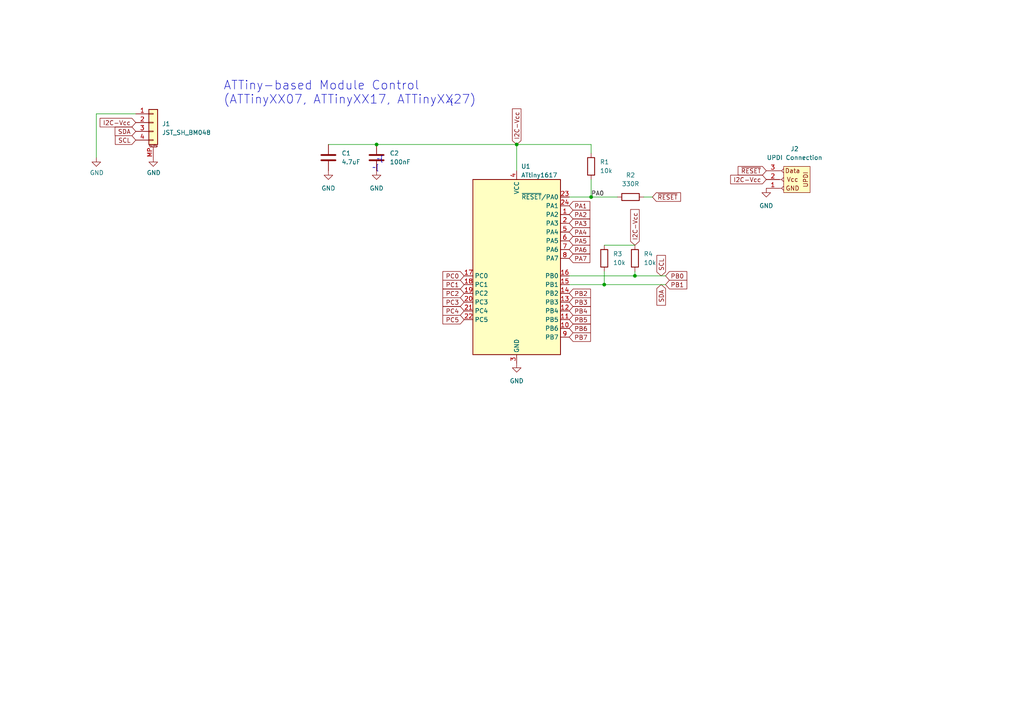
<source format=kicad_sch>
(kicad_sch (version 20211123) (generator eeschema)
  (paper "A4")
  (lib_symbols
    (symbol "Connector_QWIIC_Stackable:QWIIC_Stackable" (pin_names (offset 1.016) hide)
      (property "Reference" "J" (at 0 5.08 0))
      (property "Value" "QWIIC_Stackable" (at 1.27 -7.62 0))
      (symbol "QWIIC_Stackable_1_1"
        (rectangle (start -1.27 -4.953) (end 0 -5.207) (stroke (width 0.1524)))
        (rectangle (start -1.27 -2.413) (end 0 -2.667) (stroke (width 0.1524)))
        (rectangle (start -1.27 0.127) (end 0 -0.127) (stroke (width 0.1524)))
        (rectangle (start -1.27 2.667) (end 0 2.413) (stroke (width 0.1524)))
        (rectangle (start -1.27 3.81) (end 1.27 -6.35) (stroke (width 0.254)) (fill (type background)))
        (polyline (pts (xy -1.016 -7.112) (xy 1.016 -7.112)) (stroke (width 0.1524)))
        (text "Mounting" (at 0 -6.731 0) (effects (font (size 0.381 0.381))))
        (pin passive line (at -5.08 2.54 0) (length 3.81) (name "Pin_1") (number "1"))
        (pin passive line (at -5.08 0 0) (length 3.81) (name "Pin_2") (number "2"))
        (pin passive line (at -5.08 -2.54 0) (length 3.81) (name "Pin_3") (number "3"))
        (pin passive line (at -5.08 -5.08 0) (length 3.81) (name "Pin_4") (number "4"))
        (pin passive line (at 0 -10.16 90) (length 3.048) (name "MountPin") (number "MP"))
      )
    )
    (symbol "Device:C" (pin_numbers hide) (pin_names (offset 0.254))
      (property "Reference" "C" (at 0.635 2.54 0))
      (property "Value" "C" (at 0.635 -2.54 0))
      (symbol "C_0_1"
        (polyline (pts (xy -2.032 -0.762) (xy 2.032 -0.762)) (stroke (width 0.508)))
        (polyline (pts (xy -2.032 0.762) (xy 2.032 0.762)) (stroke (width 0.508)))
      )
      (symbol "C_1_1"
        (pin passive line (at 0 3.81 270) (length 2.794) (name "~") (number "1"))
        (pin passive line (at 0 -3.81 90) (length 2.794) (name "~") (number "2"))
      )
    )
    (symbol "Device:R" (pin_numbers hide) (pin_names (offset 0))
      (property "Reference" "R" (at 2.032 0 90))
      (property "Value" "R" (at 0 0 90))
      (symbol "R_0_1"
        (rectangle (start -1.016 -2.54) (end 1.016 2.54) (stroke (width 0.254)))
      )
      (symbol "R_1_1"
        (pin passive line (at 0 3.81 270) (length 1.27) (name "~") (number "1"))
        (pin passive line (at 0 -3.81 90) (length 1.27) (name "~") (number "2"))
      )
    )
    (symbol "MCU_Microchip_ATtiny:ATtiny817-M"
      (property "Reference" "U" (at -12.7 26.67 0))
      (property "Value" "ATtiny817-M" (at 2.54 -26.67 0))
      (symbol "ATtiny817-M_0_1"
        (rectangle (start -12.7 -25.4) (end 12.7 25.4) (stroke (width 0.254)) (fill (type background)))
      )
      (symbol "ATtiny817-M_1_1"
        (pin bidirectional line (at 15.24 15.24 180) (length 2.54) (name "PA2") (number "1"))
        (pin bidirectional line (at 15.24 -17.78 180) (length 2.54) (name "PB6") (number "10"))
        (pin bidirectional line (at 15.24 -15.24 180) (length 2.54) (name "PB5") (number "11"))
        (pin bidirectional line (at 15.24 -12.7 180) (length 2.54) (name "PB4") (number "12"))
        (pin bidirectional line (at 15.24 -10.16 180) (length 2.54) (name "PB3") (number "13"))
        (pin bidirectional line (at 15.24 -7.62 180) (length 2.54) (name "PB2") (number "14"))
        (pin bidirectional line (at 15.24 -5.08 180) (length 2.54) (name "PB1") (number "15"))
        (pin bidirectional line (at 15.24 -2.54 180) (length 2.54) (name "PB0") (number "16"))
        (pin bidirectional line (at -15.24 -2.54 0) (length 2.54) (name "PC0") (number "17"))
        (pin bidirectional line (at -15.24 -5.08 0) (length 2.54) (name "PC1") (number "18"))
        (pin bidirectional line (at -15.24 -7.62 0) (length 2.54) (name "PC2") (number "19"))
        (pin bidirectional line (at 15.24 12.7 180) (length 2.54) (name "PA3") (number "2"))
        (pin bidirectional line (at -15.24 -10.16 0) (length 2.54) (name "PC3") (number "20"))
        (pin bidirectional line (at -15.24 -12.7 0) (length 2.54) (name "PC4") (number "21"))
        (pin bidirectional line (at -15.24 -15.24 0) (length 2.54) (name "PC5") (number "22"))
        (pin bidirectional line (at 15.24 20.32 180) (length 2.54) (name "~{RESET}/PA0") (number "23"))
        (pin bidirectional line (at 15.24 17.78 180) (length 2.54) (name "PA1") (number "24"))
        (pin passive line (at 0 -27.94 90) (length 2.54) hide (name "GND") (number "25"))
        (pin power_in line (at 0 -27.94 90) (length 2.54) (name "GND") (number "3"))
        (pin power_in line (at 0 27.94 270) (length 2.54) (name "VCC") (number "4"))
        (pin bidirectional line (at 15.24 10.16 180) (length 2.54) (name "PA4") (number "5"))
        (pin bidirectional line (at 15.24 7.62 180) (length 2.54) (name "PA5") (number "6"))
        (pin bidirectional line (at 15.24 5.08 180) (length 2.54) (name "PA6") (number "7"))
        (pin bidirectional line (at 15.24 2.54 180) (length 2.54) (name "PA7") (number "8"))
        (pin bidirectional line (at 15.24 -20.32 180) (length 2.54) (name "PB7") (number "9"))
      )
    )
    (symbol "power:GND" (power) (pin_names (offset 0))
      (property "Value" "GND" (at 0 -3.81 0))
      (symbol "GND_0_1"
        (polyline (pts (xy 0 0) (xy 0 -1.27) (xy 1.27 -1.27) (xy 0 -2.54) (xy -1.27 -1.27) (xy 0 -1.27)))
      )
      (symbol "GND_1_1"
        (pin power_in line (at 0 0 270) (length 0) hide (name "GND") (number "1"))
      )
    )
    (symbol "tinker:UPDI Connection" (pin_names (offset 1.016) hide)
      (property "Reference" "J" (at 0 5.08 0))
      (property "Value" "UPDI Connection" (at 0 -5.08 0))
      (symbol "UPDI Connection_0_0"
        (text "Data" (at 2.54 -2.54 0) (effects (font (size 1.27 1.27))))
        (text "GND" (at 2.54 2.54 0) (effects (font (size 1.27 1.27))))
        (text "UPDI" (at 6.35 0 900) (effects (font (size 1.27 1.27))))
        (text "Vcc" (at 2.54 0 0) (effects (font (size 1.27 1.27))))
      )
      (symbol "UPDI Connection_0_1"
        (rectangle (start 7.62 3.81) (end 0 -3.81) (fill (type background)))
      )
      (symbol "UPDI Connection_1_1"
        (arc (start 0 -2.032) (mid -0.508 -2.54) (end 0 -3.048) (stroke (width 0.1524)))
        (polyline (pts (xy -1.27 -2.54) (xy -0.508 -2.54)) (stroke (width 0.1524)))
        (polyline (pts (xy -1.27 0) (xy -0.508 0)) (stroke (width 0.1524)))
        (polyline (pts (xy -1.27 2.54) (xy -0.508 2.54)) (stroke (width 0.1524)))
        (arc (start 0 0.508) (mid -0.508 0) (end 0 -0.508) (stroke (width 0.1524)))
        (arc (start 0 3.048) (mid -0.508 2.54) (end 0 2.032) (stroke (width 0.1524)))
        (pin power_in line (at -5.08 2.54 0) (length 3.81) (name "Pin_1") (number "1"))
        (pin power_in line (at -5.08 0 0) (length 3.81) (name "Pin_2") (number "2"))
        (pin bidirectional line (at -5.08 -2.54 0) (length 3.81) (name "Pin_3") (number "3"))
      )
    )
  )
  (junction (at 184.15 80.01))
  (junction (at 171.45 57.15))
  (junction (at 175.26 82.55))
  (junction (at 109.22 41.91))
  (junction (at 149.86 41.91))
  (wire (pts (xy 171.45 52.07) (xy 171.45 57.15)))
  (wire (pts (xy 186.69 57.15) (xy 189.23 57.15)))
  (wire (pts (xy 95.25 41.91) (xy 109.22 41.91)))
  (wire (pts (xy 193.04 82.55) (xy 175.26 82.55)))
  (wire (pts (xy 175.26 71.12) (xy 184.15 71.12)))
  (wire (pts (xy 175.26 78.74) (xy 175.26 82.55)))
  (wire (pts (xy 171.45 57.15) (xy 179.07 57.15)))
  (wire (pts (xy 184.15 78.74) (xy 184.15 80.01)))
  (wire (pts (xy 149.86 41.91) (xy 171.45 41.91)))
  (wire (pts (xy 184.15 80.01) (xy 165.1 80.01)))
  (wire (pts (xy 109.22 41.91) (xy 149.86 41.91)))
  (wire (pts (xy 165.1 57.15) (xy 171.45 57.15)))
  (wire (pts (xy 27.94 33.02) (xy 39.37 33.02)))
  (wire (pts (xy 175.26 82.55) (xy 165.1 82.55)))
  (wire (pts (xy 193.04 80.01) (xy 184.15 80.01)))
  (wire (pts (xy 149.86 41.91) (xy 149.86 49.53)))
  (wire (pts (xy 171.45 41.91) (xy 171.45 44.45)))
  (wire (pts (xy 27.94 45.72) (xy 27.94 33.02)))
  (text "~{" (at 129.54 30.48 0) (effects (font (size 1.27 1.27)) (justify left bottom)))
  (text "~{" (at 109.22 46.99 0) (effects (font (size 1.27 1.27)) (justify left bottom)))
  (text "ATTiny-based Module Control\n(ATTinyXX07, ATTinyXX17, ATTinyXX27)" (at 64.77 30.48 0) (effects (font (size 2.54 2.54)) (justify left bottom)))
  (text "~{" (at 107.95 49.53 0) (effects (font (size 1.27 1.27)) (justify left bottom)))
  (label "PA0" (at 171.45 57.15 0))
  (global_label "PC4" (shape input) (at 134.62 90.17 180) (property "Intersheet References" "${INTERSHEET_REFS}" (effects hide)))
  (global_label "~{RESET}" (shape input) (at 222.25 49.53 180) (property "Intersheet References" "${INTERSHEET_REFS}" (effects hide)))
  (global_label "PA2" (shape input) (at 165.1 62.23 0) (property "Intersheet References" "${INTERSHEET_REFS}" (effects hide)))
  (global_label "PA1" (shape input) (at 165.1 59.69 0) (property "Intersheet References" "${INTERSHEET_REFS}" (effects hide)))
  (global_label "PA6" (shape input) (at 165.1 72.39 0) (property "Intersheet References" "${INTERSHEET_REFS}" (effects hide)))
  (global_label "PA5" (shape input) (at 165.1 69.85 0) (property "Intersheet References" "${INTERSHEET_REFS}" (effects hide)))
  (global_label "PB1" (shape input) (at 193.04 82.55 0) (property "Intersheet References" "${INTERSHEET_REFS}" (effects hide)))
  (global_label "PA3" (shape input) (at 165.1 64.77 0) (property "Intersheet References" "${INTERSHEET_REFS}" (effects hide)))
  (global_label "SDA" (shape input) (at 39.37 38.1 180) (property "Intersheet References" "${INTERSHEET_REFS}" (effects hide)))
  (global_label "PA4" (shape input) (at 165.1 67.31 0) (property "Intersheet References" "${INTERSHEET_REFS}" (effects hide)))
  (global_label "PC0" (shape input) (at 134.62 80.01 180) (property "Intersheet References" "${INTERSHEET_REFS}" (effects hide)))
  (global_label "I2C-Vcc" (shape input) (at 149.86 41.91 90) (property "Intersheet References" "${INTERSHEET_REFS}" (effects hide)))
  (global_label "I2C-Vcc" (shape input) (at 39.37 35.56 180) (property "Intersheet References" "${INTERSHEET_REFS}" (effects hide)))
  (global_label "PB4" (shape input) (at 165.1 90.17 0) (property "Intersheet References" "${INTERSHEET_REFS}" (effects hide)))
  (global_label "PB5" (shape input) (at 165.1 92.71 0) (property "Intersheet References" "${INTERSHEET_REFS}" (effects hide)))
  (global_label "SCL" (shape input) (at 191.77 80.01 90) (property "Intersheet References" "${INTERSHEET_REFS}" (effects hide)))
  (global_label "PB2" (shape input) (at 165.1 85.09 0) (property "Intersheet References" "${INTERSHEET_REFS}" (effects hide)))
  (global_label "PB0" (shape input) (at 193.04 80.01 0) (property "Intersheet References" "${INTERSHEET_REFS}" (effects hide)))
  (global_label "PB3" (shape input) (at 165.1 87.63 0) (property "Intersheet References" "${INTERSHEET_REFS}" (effects hide)))
  (global_label "PB6" (shape input) (at 165.1 95.25 0) (property "Intersheet References" "${INTERSHEET_REFS}" (effects hide)))
  (global_label "PC5" (shape input) (at 134.62 92.71 180) (property "Intersheet References" "${INTERSHEET_REFS}" (effects hide)))
  (global_label "SDA" (shape input) (at 191.77 82.55 270) (property "Intersheet References" "${INTERSHEET_REFS}" (effects hide)))
  (global_label "PC1" (shape input) (at 134.62 82.55 180) (property "Intersheet References" "${INTERSHEET_REFS}" (effects hide)))
  (global_label "PC2" (shape input) (at 134.62 85.09 180) (property "Intersheet References" "${INTERSHEET_REFS}" (effects hide)))
  (global_label "PA7" (shape input) (at 165.1 74.93 0) (property "Intersheet References" "${INTERSHEET_REFS}" (effects hide)))
  (global_label "I2C-Vcc" (shape input) (at 222.25 52.07 180) (property "Intersheet References" "${INTERSHEET_REFS}" (effects hide)))
  (global_label "I2C-Vcc" (shape input) (at 184.15 71.12 90) (property "Intersheet References" "${INTERSHEET_REFS}" (effects hide)))
  (global_label "PB7" (shape input) (at 165.1 97.79 0) (property "Intersheet References" "${INTERSHEET_REFS}" (effects hide)))
  (global_label "PC3" (shape input) (at 134.62 87.63 180) (property "Intersheet References" "${INTERSHEET_REFS}" (effects hide)))
  (global_label "~{RESET}" (shape input) (at 189.23 57.15 0) (property "Intersheet References" "${INTERSHEET_REFS}" (effects hide)))
  (global_label "SCL" (shape input) (at 39.37 40.64 180) (property "Intersheet References" "${INTERSHEET_REFS}" (effects hide)))
  (symbol (lib_id "Device:C") (at 109.22 45.72 0) (unit 1)
    (property "Reference" "C2" (at 113.03 44.4499 0) (effects (justify left)))
    (property "Value" "100nF" (at 113.03 46.9899 0) (effects (justify left)))
    (property "Footprint" "Capacitor_SMD:C_0603_1608Metric" (effects hide))
    (property "LCSC" "C14663" (effects hide))
  )
  (symbol (lib_id "power:GND") (at 44.45 45.72 0) (unit 1)
    (property "Reference" "#PWR0101" (effects hide))
    (property "Value" "GND" (at 44.577 50.1142 0))
  )
  (symbol (lib_id "Device:C") (at 95.25 45.72 0) (unit 1)
    (property "Reference" "C1" (at 99.06 44.4499 0) (effects (justify left)))
    (property "Value" "4.7uF" (at 99.06 46.9899 0) (effects (justify left)))
    (property "Footprint" "Capacitor_SMD:C_0805_2012Metric" (effects hide))
    (property "LCSC" "C107153" (effects hide))
  )
  (symbol (lib_id "MCU_Microchip_ATtiny:ATtiny817-M") (at 149.86 77.47 0) (unit 1)
    (property "Reference" "U1" (at 151.13 48.26 0) (effects (justify left)))
    (property "Value" "ATtiny1617" (at 151.13 50.8 0) (effects (justify left)))
    (property "Footprint" "Package_DFN_QFN:QFN-24-1EP_4x4mm_P0.5mm_EP2.6x2.6mm" (effects hide))
    (property "Datasheet" "http://ww1.microchip.com/downloads/en/DeviceDoc/40001901B.pdf" (effects hide))
    (property "LCSC" "C1340514" (effects hide))
  )
  (symbol (lib_id "Device:R") (at 171.45 48.26 0) (unit 1)
    (property "Reference" "R1" (at 173.99 46.9899 0) (effects (justify left)))
    (property "Value" "10k" (at 173.99 49.5299 0) (effects (justify left)))
    (property "Footprint" "Resistor_SMD:R_0603_1608Metric" (effects hide))
    (property "LCSC" "C25804" (effects hide))
  )
  (symbol (lib_id "power:GND") (at 27.94 45.72 0) (unit 1)
    (property "Reference" "#PWR0102" (effects hide))
    (property "Value" "GND" (at 28.067 50.1142 0))
  )
  (symbol (lib_id "power:GND") (at 149.86 105.41 0) (unit 1)
    (property "Reference" "#PWR0105" (effects hide))
    (property "Value" "GND" (at 149.86 110.49 0))
  )
  (symbol (lib_id "Device:R") (at 175.26 74.93 0) (unit 1)
    (property "Reference" "R3" (at 177.8 73.6599 0) (effects (justify left)))
    (property "Value" "10k" (at 177.8 76.1999 0) (effects (justify left)))
    (property "Footprint" "Resistor_SMD:R_0603_1608Metric" (effects hide))
    (property "LCSC" "C25804" (effects hide))
  )
  (symbol (lib_id "Device:R") (at 184.15 74.93 0) (unit 1)
    (property "Reference" "R4" (at 186.69 73.6599 0) (effects (justify left)))
    (property "Value" "10k" (at 186.69 76.1999 0) (effects (justify left)))
    (property "Footprint" "Resistor_SMD:R_0603_1608Metric" (effects hide))
    (property "LCSC" "C25804" (effects hide))
  )
  (symbol (lib_id "power:GND") (at 222.25 54.61 0) (unit 1)
    (property "Reference" "#PWR0106" (effects hide))
    (property "Value" "GND" (at 222.25 59.69 0))
  )
  (symbol (lib_id "Connector_QWIIC_Stackable:QWIIC_Stackable") (at 44.45 35.56 0) (unit 1)
    (property "Reference" "J1" (at 46.99 35.9155 0) (effects (justify left)))
    (property "Value" "JST_SH_BM048" (at 46.99 38.4555 0) (effects (justify left)))
    (property "Footprint" "Connector_JST:JST_SH_SM04B-SRSS-TB_1x04-1MP_P1.00mm_Horizontal" (effects hide))
    (property "LCSC" "C145961" (effects hide))
  )
  (symbol (lib_id "Device:R") (at 182.88 57.15 90) (unit 1)
    (property "Reference" "R2" (at 182.88 50.8 90))
    (property "Value" "330R" (at 182.88 53.34 90))
    (property "Footprint" "Resistor_SMD:R_0603_1608Metric" (effects hide))
    (property "LCSC" "C23138" (effects hide))
  )
  (symbol (lib_id "tinker:UPDI Connection") (at 227.33 52.07 0) (mirror x) (unit 1) (in_bom no)
    (property "Reference" "J2" (at 230.4669 43.18 0))
    (property "Value" "UPDI Connection" (at 230.4669 45.72 0))
    (property "Footprint" "tinker:UPDI_connection" (effects hide))
  )
  (symbol (lib_id "power:GND") (at 109.22 49.53 0) (unit 1)
    (property "Reference" "#PWR0103" (effects hide))
    (property "Value" "GND" (at 109.22 54.61 0))
  )
  (symbol (lib_id "power:GND") (at 95.25 49.53 0) (unit 1)
    (property "Reference" "#PWR0104" (effects hide))
    (property "Value" "GND" (at 95.25 54.61 0))
  )
)
</source>
